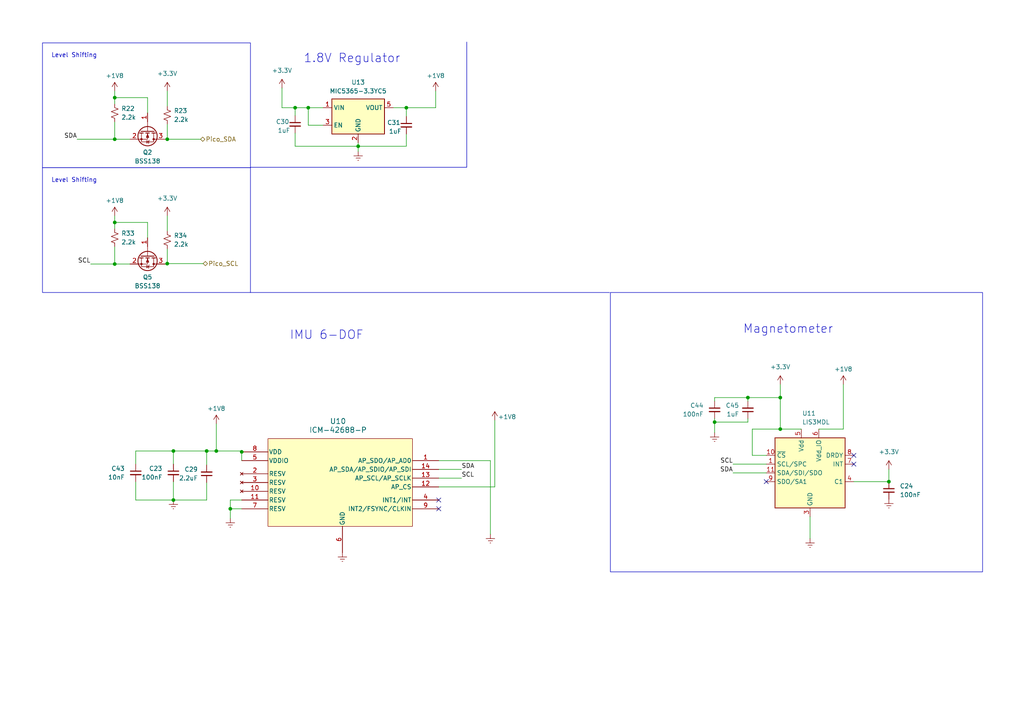
<source format=kicad_sch>
(kicad_sch (version 20231120) (generator "eeschema") (generator_version "8.0")
  (paper "A4")
  (lib_symbols
    (symbol "Device:C_Small" (pin_numbers hide) (pin_names (offset 0.254) hide)
      (property "Reference" "C" (at 0.254 1.778 0))
      (property "Value" "C_Small" (at 0.254 -2.032 0))
      (symbol "C_Small_0_1"
        (polyline (pts (xy -1.524 -0.508) (xy 1.524 -0.508)) (stroke (width 0.3302)))
        (polyline (pts (xy -1.524 0.508) (xy 1.524 0.508)) (stroke (width 0.3048)))
      )
      (symbol "C_Small_1_1"
        (pin passive line (at 0 2.54 270) (length 2.032) (name "~") (number "1"))
        (pin passive line (at 0 -2.54 90) (length 2.032) (name "~") (number "2"))
      )
    )
    (symbol "Device:R_Small_US" (pin_numbers hide) (pin_names (offset 0.254) hide)
      (property "Reference" "R" (at 0.762 0.508 0))
      (property "Value" "R_Small_US" (at 0.762 -1.016 0))
      (symbol "R_Small_US_1_1"
        (polyline (pts (xy 0 0) (xy 1.016 -0.381) (xy 0 -0.762) (xy -1.016 -1.143) (xy 0 -1.524)))
        (polyline (pts (xy 0 1.524) (xy 1.016 1.143) (xy 0 0.762) (xy -1.016 0.381) (xy 0 0)))
        (pin passive line (at 0 2.54 270) (length 1.016) (name "~") (number "1"))
        (pin passive line (at 0 -2.54 90) (length 1.016) (name "~") (number "2"))
      )
    )
    (symbol "ICM-42688:ICM-42688-P" (pin_names (offset 0.254))
      (property "Reference" "U10" (at 27.94 10.16 0))
      (property "Value" "ICM-42688-P" (at 27.94 7.62 0))
      (symbol "ICM-42688-P_0_1"
        (pin bidirectional line (at 57.15 -1.27 180) (length 7.62) (name "AP_SDO/AP_AD0") (number "1"))
        (pin no_connect line (at 0 -10.16 0) (length 7.62) (name "RESV") (number "10"))
        (pin unspecified line (at 57.15 -8.89 180) (length 7.62) (name "AP_CS") (number "12"))
        (pin unspecified line (at 57.15 -6.35 180) (length 7.62) (name "AP_SCL/AP_SCLK") (number "13"))
        (pin unspecified line (at 57.15 -3.81 180) (length 7.62) (name "AP_SDA/AP_SDIO/AP_SDI") (number "14"))
        (pin no_connect line (at 0 -5.08 0) (length 7.62) (name "RESV") (number "2"))
        (pin no_connect line (at 0 -7.62 0) (length 7.62) (name "RESV") (number "3"))
        (pin bidirectional line (at 57.15 -12.7 180) (length 7.62) (name "INT1/INT") (number "4"))
        (pin power_in line (at 0 -1.27 0) (length 7.62) (name "VDDIO") (number "5"))
        (pin power_out line (at 29.21 -27.94 90) (length 7.62) (name "GND") (number "6"))
        (pin power_in line (at 0 1.27 0) (length 7.62) (name "VDD") (number "8"))
        (pin bidirectional line (at 57.15 -15.24 180) (length 7.62) (name "INT2/FSYNC/CLKIN") (number "9"))
      )
      (symbol "ICM-42688-P_1_1"
        (rectangle (start 7.62 5.08) (end 49.53 -20.32) (fill (type background)))
        (pin bidirectional line (at 0 -12.7 0) (length 7.62) (name "RESV") (number "11"))
        (pin bidirectional line (at 0 -15.24 0) (length 7.62) (name "RESV") (number "7"))
      )
    )
    (symbol "Regulator_Linear:MIC5365-3.3YC5"
      (property "Reference" "U" (at -6.35 6.35 0))
      (property "Value" "MIC5365-3.3YC5" (at 0 6.35 0))
      (symbol "MIC5365-3.3YC5_0_1"
        (rectangle (start -7.62 -5.08) (end 7.62 5.08) (stroke (width 0.254)) (fill (type background)))
      )
      (symbol "MIC5365-3.3YC5_1_1"
        (pin power_in line (at -10.16 2.54 0) (length 2.54) (name "VIN") (number "1"))
        (pin power_in line (at 0 -7.62 90) (length 2.54) (name "GND") (number "2"))
        (pin input line (at -10.16 -2.54 0) (length 2.54) (name "EN") (number "3"))
        (pin no_connect line (at 7.62 -2.54 180) (length 2.54) hide (name "NC") (number "4"))
        (pin power_out line (at 10.16 2.54 180) (length 2.54) (name "VOUT") (number "5"))
      )
    )
    (symbol "Sensor_Magnetic:LIS3MDL"
      (property "Reference" "U11" (at 2.794 20.828 0))
      (property "Value" "LIS3MDL" (at 2.794 18.288 0))
      (symbol "LIS3MDL_0_1"
        (rectangle (start -10.16 10.16) (end 10.16 -10.16) (stroke (width 0.254)) (fill (type background)))
      )
      (symbol "LIS3MDL_1_1"
        (pin input line (at -12.7 2.54 0) (length 2.54) (name "SCL/SPC") (number "1"))
        (pin input line (at -12.7 5.08 0) (length 2.54) (name "~{CS}") (number "10"))
        (pin bidirectional line (at -12.7 0 0) (length 2.54) (name "SDA/SDI/SDO") (number "11"))
        (pin passive line (at 0 -12.7 90) (length 2.54) hide (name "GND") (number "12"))
        (pin passive line (at 0 -12.7 90) (length 2.54) hide (name "GND") (number "2"))
        (pin power_in line (at 0 -12.7 90) (length 2.54) (name "GND") (number "3"))
        (pin power_out line (at 12.7 -2.54 180) (length 2.54) (name "C1") (number "4"))
        (pin power_in line (at -2.54 12.7 270) (length 2.54) (name "Vdd") (number "5"))
        (pin power_in line (at 2.54 12.7 270) (length 2.54) (name "Vdd_IO") (number "6"))
        (pin output line (at 12.7 2.54 180) (length 2.54) (name "INT") (number "7"))
        (pin output line (at 12.7 5.08 180) (length 2.54) (name "DRDY") (number "8"))
        (pin bidirectional line (at -12.7 -2.54 0) (length 2.54) (name "SDO/SA1") (number "9"))
      )
    )
    (symbol "Transistor_FET:BSS138" (pin_names hide)
      (property "Reference" "Q" (at 5.08 1.905 0))
      (property "Value" "BSS138" (at 5.08 0 0))
      (symbol "BSS138_0_1"
        (polyline (pts (xy 0.254 0) (xy -2.54 0)))
        (polyline (pts (xy 0.254 1.905) (xy 0.254 -1.905)) (stroke (width 0.254)))
        (polyline (pts (xy 0.762 -1.27) (xy 0.762 -2.286)) (stroke (width 0.254)))
        (polyline (pts (xy 0.762 0.508) (xy 0.762 -0.508)) (stroke (width 0.254)))
        (polyline (pts (xy 0.762 2.286) (xy 0.762 1.27)) (stroke (width 0.254)))
        (polyline (pts (xy 2.54 2.54) (xy 2.54 1.778)))
        (polyline (pts (xy 2.54 -2.54) (xy 2.54 0) (xy 0.762 0)))
        (polyline (pts (xy 0.762 -1.778) (xy 3.302 -1.778) (xy 3.302 1.778) (xy 0.762 1.778)))
        (polyline (pts (xy 1.016 0) (xy 2.032 0.381) (xy 2.032 -0.381) (xy 1.016 0)) (fill (type outline)))
        (polyline (pts (xy 2.794 0.508) (xy 2.921 0.381) (xy 3.683 0.381) (xy 3.81 0.254)))
        (polyline (pts (xy 3.302 0.381) (xy 2.921 -0.254) (xy 3.683 -0.254) (xy 3.302 0.381)))
        (circle (center 1.651 0) (radius 2.794) (stroke (width 0.254)))
        (circle (center 2.54 -1.778) (radius 0.254) (fill (type outline)))
        (circle (center 2.54 1.778) (radius 0.254) (fill (type outline)))
      )
      (symbol "BSS138_1_1"
        (pin input line (at -5.08 0 0) (length 2.54) (name "G") (number "1"))
        (pin passive line (at 2.54 -5.08 90) (length 2.54) (name "S") (number "2"))
        (pin passive line (at 2.54 5.08 270) (length 2.54) (name "D") (number "3"))
      )
    )
    (symbol "power:+1V8" (power) (pin_names (offset 0))
      (property "Value" "+1V8" (at 0 3.556 0))
      (symbol "+1V8_0_1"
        (polyline (pts (xy -0.762 1.27) (xy 0 2.54)))
        (polyline (pts (xy 0 0) (xy 0 2.54)))
        (polyline (pts (xy 0 2.54) (xy 0.762 1.27)))
      )
      (symbol "+1V8_1_1"
        (pin power_in line (at 0 0 90) (length 0) hide (name "+1V8") (number "1"))
      )
    )
    (symbol "power:+3.3V" (power) (pin_names (offset 0))
      (property "Value" "+3.3V" (at 0 3.556 0))
      (symbol "+3.3V_0_1"
        (polyline (pts (xy -0.762 1.27) (xy 0 2.54)))
        (polyline (pts (xy 0 0) (xy 0 2.54)))
        (polyline (pts (xy 0 2.54) (xy 0.762 1.27)))
      )
      (symbol "+3.3V_1_1"
        (pin power_in line (at 0 0 90) (length 0) hide (name "+3.3V") (number "1"))
      )
    )
    (symbol "power:Earth" (power) (pin_names (offset 0))
      (symbol "Earth_0_1"
        (polyline (pts (xy -0.635 -1.905) (xy 0.635 -1.905)))
        (polyline (pts (xy -0.127 -2.54) (xy 0.127 -2.54)))
        (polyline (pts (xy 0 -1.27) (xy 0 0)))
        (polyline (pts (xy 1.27 -1.27) (xy -1.27 -1.27)))
      )
      (symbol "Earth_1_1"
        (pin power_in line (at 0 0 270) (length 0) hide (name "Earth") (number "1"))
      )
    )
  )
  (junction (at 50.292 145.034))
  (junction (at 70.104 131.064))
  (junction (at 33.274 76.581))
  (junction (at 207.264 122.428))
  (junction (at 85.598 31.242))
  (junction (at 257.81 139.7))
  (junction (at 89.408 31.242))
  (junction (at 66.802 147.574))
  (junction (at 103.886 42.418))
  (junction (at 48.514 76.454))
  (junction (at 33.274 64.516))
  (junction (at 226.314 115.316))
  (junction (at 216.916 115.316))
  (junction (at 33.274 40.386))
  (junction (at 59.944 130.81))
  (junction (at 62.738 130.81))
  (junction (at 117.856 31.242))
  (junction (at 50.292 130.81))
  (junction (at 226.314 124.46))
  (junction (at 48.514 40.386))
  (junction (at 33.274 28.321))
  (no_connect (at 247.65 132.08))
  (no_connect (at 247.65 134.62))
  (no_connect (at 222.25 139.7))
  (no_connect (at 127.254 145.034))
  (no_connect (at 127.254 147.574))
  (wire (pts (xy 59.944 139.954) (xy 59.944 145.034)))
  (wire (pts (xy 66.802 147.574) (xy 66.802 150.368)))
  (wire (pts (xy 48.514 76.454) (xy 58.928 76.454)))
  (wire (pts (xy 50.292 145.034) (xy 59.944 145.034)))
  (wire (pts (xy 103.886 42.418) (xy 117.856 42.418)))
  (wire (pts (xy 117.856 38.862) (xy 117.856 42.418)))
  (polyline (pts (xy 72.644 48.514) (xy 135.382 48.514)))
  (wire (pts (xy 85.598 42.418) (xy 85.598 38.608)))
  (wire (pts (xy 50.292 130.81) (xy 50.292 134.62)))
  (polyline (pts (xy 72.644 84.836) (xy 176.784 84.836)))
  (wire (pts (xy 117.856 31.242) (xy 126.365 31.242)))
  (wire (pts (xy 218.186 124.46) (xy 226.314 124.46)))
  (wire (pts (xy 216.916 115.316) (xy 226.314 115.316)))
  (wire (pts (xy 133.858 138.684) (xy 127.254 138.684)))
  (wire (pts (xy 81.788 25.527) (xy 81.788 31.242)))
  (wire (pts (xy 50.292 130.81) (xy 39.37 130.81)))
  (wire (pts (xy 85.598 31.242) (xy 89.408 31.242)))
  (wire (pts (xy 218.186 132.08) (xy 218.186 124.46)))
  (wire (pts (xy 62.738 130.81) (xy 70.104 130.81)))
  (wire (pts (xy 257.81 136.144) (xy 257.81 139.7)))
  (wire (pts (xy 33.274 35.306) (xy 33.274 40.386)))
  (wire (pts (xy 66.802 145.034) (xy 70.104 145.034)))
  (wire (pts (xy 218.186 132.08) (xy 222.25 132.08)))
  (wire (pts (xy 22.352 40.386) (xy 33.274 40.386)))
  (wire (pts (xy 48.514 76.454) (xy 48.514 76.581)))
  (wire (pts (xy 234.95 156.21) (xy 234.95 149.86)))
  (wire (pts (xy 143.51 141.224) (xy 143.51 121.92)))
  (wire (pts (xy 85.598 33.528) (xy 85.598 31.242)))
  (wire (pts (xy 66.802 145.034) (xy 66.802 147.574)))
  (wire (pts (xy 59.944 130.81) (xy 62.738 130.81)))
  (wire (pts (xy 216.916 122.428) (xy 216.916 121.412)))
  (wire (pts (xy 212.598 137.16) (xy 222.25 137.16)))
  (wire (pts (xy 117.856 33.782) (xy 117.856 31.242)))
  (wire (pts (xy 127.254 141.224) (xy 143.51 141.224)))
  (wire (pts (xy 50.292 139.7) (xy 50.292 145.034)))
  (wire (pts (xy 126.365 26.416) (xy 126.365 31.242)))
  (wire (pts (xy 33.274 30.226) (xy 33.274 28.321)))
  (wire (pts (xy 48.514 72.136) (xy 48.514 76.454)))
  (wire (pts (xy 26.289 76.581) (xy 33.274 76.581)))
  (wire (pts (xy 81.788 31.242) (xy 85.598 31.242)))
  (wire (pts (xy 33.274 76.581) (xy 37.719 76.581)))
  (wire (pts (xy 103.886 42.418) (xy 103.886 43.942)))
  (wire (pts (xy 39.37 145.034) (xy 50.292 145.034)))
  (wire (pts (xy 62.738 122.936) (xy 62.738 130.81)))
  (wire (pts (xy 207.264 122.428) (xy 207.264 121.412)))
  (wire (pts (xy 47.879 40.386) (xy 48.514 40.386)))
  (wire (pts (xy 207.264 115.316) (xy 216.916 115.316)))
  (wire (pts (xy 142.24 154.94) (xy 142.24 133.604)))
  (wire (pts (xy 244.602 111.506) (xy 244.602 124.46)))
  (wire (pts (xy 70.104 130.81) (xy 70.104 131.064)))
  (wire (pts (xy 85.598 42.418) (xy 103.886 42.418)))
  (wire (pts (xy 42.799 28.321) (xy 33.274 28.321)))
  (wire (pts (xy 244.602 124.46) (xy 237.49 124.46)))
  (wire (pts (xy 89.408 36.322) (xy 89.408 31.242)))
  (wire (pts (xy 33.274 71.501) (xy 33.274 76.581)))
  (wire (pts (xy 33.274 28.321) (xy 33.274 26.416)))
  (wire (pts (xy 59.944 134.874) (xy 59.944 130.81)))
  (wire (pts (xy 226.314 115.316) (xy 226.314 124.46)))
  (wire (pts (xy 50.292 130.81) (xy 59.944 130.81)))
  (wire (pts (xy 39.37 130.81) (xy 39.37 134.62)))
  (wire (pts (xy 89.408 31.242) (xy 93.726 31.242)))
  (wire (pts (xy 212.598 134.62) (xy 222.25 134.62)))
  (wire (pts (xy 247.65 139.7) (xy 257.81 139.7)))
  (wire (pts (xy 42.799 64.516) (xy 33.274 64.516)))
  (wire (pts (xy 48.514 40.386) (xy 58.166 40.386)))
  (wire (pts (xy 216.916 116.332) (xy 216.916 115.316)))
  (wire (pts (xy 66.802 147.574) (xy 70.104 147.574)))
  (wire (pts (xy 42.799 68.961) (xy 42.799 64.516)))
  (wire (pts (xy 207.264 122.428) (xy 216.916 122.428)))
  (wire (pts (xy 142.24 133.604) (xy 127.254 133.604)))
  (wire (pts (xy 114.046 31.242) (xy 117.856 31.242)))
  (wire (pts (xy 89.408 36.322) (xy 93.726 36.322)))
  (wire (pts (xy 133.858 136.144) (xy 127.254 136.144)))
  (wire (pts (xy 39.37 139.7) (xy 39.37 145.034)))
  (wire (pts (xy 48.514 35.941) (xy 48.514 40.386)))
  (wire (pts (xy 33.274 66.421) (xy 33.274 64.516)))
  (wire (pts (xy 33.274 40.386) (xy 37.719 40.386)))
  (wire (pts (xy 48.514 67.056) (xy 48.514 62.611)))
  (polyline (pts (xy 135.382 12.192) (xy 135.382 48.514)))
  (wire (pts (xy 47.879 76.581) (xy 48.514 76.581)))
  (wire (pts (xy 42.799 32.766) (xy 42.799 28.321)))
  (wire (pts (xy 226.314 111.506) (xy 226.314 115.316)))
  (wire (pts (xy 33.274 64.516) (xy 33.274 62.611)))
  (wire (pts (xy 207.264 116.332) (xy 207.264 115.316)))
  (wire (pts (xy 48.514 30.861) (xy 48.514 26.416)))
  (wire (pts (xy 103.886 41.402) (xy 103.886 42.418)))
  (wire (pts (xy 226.314 124.46) (xy 232.41 124.46)))
  (wire (pts (xy 70.104 131.064) (xy 70.104 133.604)))
  (wire (pts (xy 207.264 122.428) (xy 207.264 125.476)))
  (rectangle (start 177.038 84.836) (end 284.988 165.862))
  (rectangle (start 12.319 12.446) (end 72.644 48.641))
  (rectangle (start 12.319 48.641) (end 72.644 84.836))
  (text "Level Shifting" (at 14.859 16.891 0) (effects (font (size 1.27 1.27)) (justify left bottom)))
  (text "1.8V Regulator" (at 102.108 17.018 0) (effects (font (size 2.5 2.5))))
  (text "Level Shifting" (at 14.859 53.086 0) (effects (font (size 1.27 1.27)) (justify left bottom)))
  (text "IMU 6-DOF" (at 94.742 97.282 0) (effects (font (size 2.5 2.5))))
  (text "Magnetometer" (at 228.6 95.504 0) (effects (font (size 2.5 2.5))))
  (label "SCL" (at 26.289 76.581 180))
  (label "SDA" (at 212.598 137.16 180))
  (label "SCL" (at 212.598 134.62 180))
  (label "SCL" (at 133.858 138.684 0))
  (label "SDA" (at 133.858 136.144 0))
  (label "SDA" (at 22.352 40.386 180))
  (hierarchical_label "Pico_SCL" (shape bidirectional) (at 58.928 76.454 0))
  (hierarchical_label "Pico_SDA" (shape bidirectional) (at 58.166 40.386 0))
  (symbol (lib_id "power:Earth") (at 207.264 125.476 0) (unit 1)
    (property "Reference" "#PWR0122" (effects (hide yes)))
    (property "Value" "Earth" (effects (hide yes)))
  )
  (symbol (lib_id "Regulator_Linear:MIC5365-3.3YC5") (at 103.886 33.782 0) (unit 1)
    (property "Reference" "U13" (at 103.886 23.876 0))
    (property "Value" "MIC5365-3.3YC5" (at 103.886 26.416 0))
    (property "Footprint" "Package_TO_SOT_SMD:SOT-353_SC-70-5" (effects (hide yes)))
    (property "Datasheet" "http://ww1.microchip.com/downloads/en/DeviceDoc/mic5365.pdf" (effects (hide yes)))
    (property "LCSC Part #" "C3021118" (effects (hide yes)))
  )
  (symbol (lib_id "Device:C_Small") (at 85.598 36.068 0) (unit 1)
    (property "Reference" "C30" (at 80.01 35.306 0) (effects (justify left)))
    (property "Value" "1uF" (at 80.518 37.846 0) (effects (justify left)))
    (property "Footprint" "Capacitor_SMD:C_0402_1005Metric" (effects (hide yes)))
    (property "LCSC Part #" "C52923" (effects (hide yes)))
  )
  (symbol (lib_id "power:Earth") (at 103.886 43.942 0) (unit 1)
    (property "Reference" "#PWR090" (effects (hide yes)))
    (property "Value" "Earth" (effects (hide yes)))
  )
  (symbol (lib_id "Device:C_Small") (at 39.37 137.16 0) (mirror y) (unit 1)
    (property "Reference" "C43" (at 36.195 135.8963 0) (effects (justify left)))
    (property "Value" "10nF" (at 36.195 138.4363 0) (effects (justify left)))
    (property "Footprint" "Capacitor_SMD:C_0402_1005Metric" (effects (hide yes)))
    (property "LCSC Part #" "C15195" (effects (hide yes)))
  )
  (symbol (lib_id "Sensor_Magnetic:LIS3MDL") (at 234.95 137.16 0) (unit 1)
    (property "Reference" "U11" (at 232.664 119.888 0) (effects (justify left)))
    (property "Value" "LIS3MDL" (at 232.664 122.428 0) (effects (justify left)))
    (property "Footprint" "Package_LGA:LGA-12_2x2mm_P0.5mm" (effects (hide yes)))
    (property "Datasheet" "https://www.st.com/resource/en/datasheet/lis3mdl.pdf" (effects (hide yes)))
    (property "LCSC Part #" "C478483" (effects (hide yes)))
    (property "JLCPCB Rotation Offset" "90" (effects (hide yes)))
  )
  (symbol (lib_id "Transistor_FET:BSS138") (at 42.799 37.846 270) (unit 1)
    (property "Reference" "Q2" (at 42.799 44.196 90))
    (property "Value" "BSS138" (at 42.799 46.736 90))
    (property "Footprint" "Package_TO_SOT_SMD:SOT-23" (effects (hide yes)))
    (property "Datasheet" "https://www.onsemi.com/pub/Collateral/BSS138-D.PDF" (effects (hide yes)))
    (property "LCSC Part #" "C52895" (effects (hide yes)))
  )
  (symbol (lib_id "power:Earth") (at 142.24 154.94 0) (unit 1)
    (property "Reference" "#PWR0124" (effects (hide yes)))
    (property "Value" "Earth" (effects (hide yes)))
  )
  (symbol (lib_id "power:Earth") (at 257.81 144.78 0) (unit 1)
    (property "Reference" "#PWR092" (effects (hide yes)))
    (property "Value" "Earth" (effects (hide yes)))
  )
  (symbol (lib_id "Device:R_Small_US") (at 48.514 33.401 0) (unit 1)
    (property "Reference" "R23" (at 50.419 32.131 0) (effects (justify left)))
    (property "Value" "2.2k" (at 50.419 34.671 0) (effects (justify left)))
    (property "Footprint" "Resistor_SMD:R_0402_1005Metric" (effects (hide yes)))
    (property "LCSC Part #" "C25879" (effects (hide yes)))
  )
  (symbol (lib_id "Device:C_Small") (at 50.292 137.16 0) (mirror y) (unit 1)
    (property "Reference" "C23" (at 47.117 135.8963 0) (effects (justify left)))
    (property "Value" "100nF" (at 47.117 138.4363 0) (effects (justify left)))
    (property "Footprint" "Capacitor_SMD:C_0402_1005Metric" (effects (hide yes)))
    (property "LCSC Part #" "C1525" (effects (hide yes)))
  )
  (symbol (lib_id "power:+3.3V") (at 257.81 136.144 0) (unit 1)
    (property "Reference" "#PWR0123" (effects (hide yes)))
    (property "Value" "+3.3V" (at 257.81 131.064 0))
  )
  (symbol (lib_id "power:Earth") (at 234.95 156.21 0) (unit 1)
    (property "Reference" "#PWR093" (effects (hide yes)))
    (property "Value" "Earth" (effects (hide yes)))
  )
  (symbol (lib_id "Device:C_Small") (at 207.264 118.872 0) (mirror y) (unit 1)
    (property "Reference" "C44" (at 204.089 117.6083 0) (effects (justify left)))
    (property "Value" "100nF" (at 204.089 120.1483 0) (effects (justify left)))
    (property "Footprint" "Capacitor_SMD:C_0402_1005Metric" (effects (hide yes)))
    (property "LCSC Part #" "C1525" (effects (hide yes)))
  )
  (symbol (lib_id "power:+1V8") (at 62.738 122.936 0) (unit 1)
    (property "Reference" "#PWR024" (effects (hide yes)))
    (property "Value" "+1V8" (at 62.738 118.491 0))
  )
  (symbol (lib_id "Device:R_Small_US") (at 33.274 32.766 0) (unit 1)
    (property "Reference" "R22" (at 35.179 31.496 0) (effects (justify left)))
    (property "Value" "2.2k" (at 35.179 34.036 0) (effects (justify left)))
    (property "Footprint" "Resistor_SMD:R_0402_1005Metric" (effects (hide yes)))
    (property "LCSC Part #" "C25879" (effects (hide yes)))
  )
  (symbol (lib_id "power:+3.3V") (at 226.314 111.506 0) (unit 1)
    (property "Reference" "#PWR089" (effects (hide yes)))
    (property "Value" "+3.3V" (at 226.314 106.426 0))
  )
  (symbol (lib_id "Device:C_Small") (at 257.81 142.24 0) (unit 1)
    (property "Reference" "C24" (at 260.985 140.9763 0) (effects (justify left)))
    (property "Value" "100nF" (at 260.985 143.5163 0) (effects (justify left)))
    (property "Footprint" "Capacitor_SMD:C_0402_1005Metric" (effects (hide yes)))
    (property "LCSC Part #" "C1525" (effects (hide yes)))
  )
  (symbol (lib_id "Device:R_Small_US") (at 48.514 69.596 0) (unit 1)
    (property "Reference" "R34" (at 50.419 68.326 0) (effects (justify left)))
    (property "Value" "2.2k" (at 50.419 70.866 0) (effects (justify left)))
    (property "Footprint" "Resistor_SMD:R_0402_1005Metric" (effects (hide yes)))
    (property "LCSC Part #" "C25879" (effects (hide yes)))
  )
  (symbol (lib_id "Device:C_Small") (at 216.916 118.872 0) (mirror x) (unit 1)
    (property "Reference" "C45" (at 214.376 117.5956 0) (effects (justify right)))
    (property "Value" "1uF" (at 214.376 120.1356 0) (effects (justify right)))
    (property "Footprint" "Capacitor_SMD:C_0402_1005Metric" (effects (hide yes)))
    (property "LCSC Part #" "C52923" (effects (hide yes)))
  )
  (symbol (lib_id "power:Earth") (at 50.292 145.034 0) (unit 1)
    (property "Reference" "#PWR025" (effects (hide yes)))
    (property "Value" "Earth" (effects (hide yes)))
  )
  (symbol (lib_id "power:Earth") (at 66.802 150.368 0) (unit 1)
    (property "Reference" "#PWR022" (effects (hide yes)))
    (property "Value" "Earth" (effects (hide yes)))
  )
  (symbol (lib_id "power:Earth") (at 99.314 160.274 0) (unit 1)
    (property "Reference" "#PWR0125" (effects (hide yes)))
    (property "Value" "Earth" (effects (hide yes)))
  )
  (symbol (lib_id "power:+1V8") (at 33.274 26.416 0) (unit 1)
    (property "Reference" "#PWR085" (effects (hide yes)))
    (property "Value" "+1V8" (at 33.274 21.971 0))
  )
  (symbol (lib_id "Transistor_FET:BSS138") (at 42.799 74.041 270) (unit 1)
    (property "Reference" "Q5" (at 42.799 80.391 90))
    (property "Value" "BSS138" (at 42.799 82.931 90))
    (property "Footprint" "Package_TO_SOT_SMD:SOT-23" (effects (hide yes)))
    (property "Datasheet" "https://www.onsemi.com/pub/Collateral/BSS138-D.PDF" (effects (hide yes)))
    (property "LCSC Part #" "C52895" (effects (hide yes)))
  )
  (symbol (lib_id "power:+3.3V") (at 48.514 62.611 0) (unit 1)
    (property "Reference" "#PWR0111" (effects (hide yes)))
    (property "Value" "+3.3V" (at 48.514 57.531 0))
  )
  (symbol (lib_id "power:+3.3V") (at 81.788 25.527 0) (unit 1)
    (property "Reference" "#PWR084" (effects (hide yes)))
    (property "Value" "+3.3V" (at 81.788 20.447 0))
  )
  (symbol (lib_id "ICM-42688:ICM-42688-P") (at 70.104 132.334 0) (unit 1)
    (property "Reference" "U10" (at 98.044 122.174 0) (effects (font (size 1.524 1.524))))
    (property "Value" "ICM-42688-P" (at 98.044 124.714 0) (effects (font (size 1.524 1.524))))
    (property "Footprint" "ICM-42688:LGA14_2P5X3X0P91_TDK" (effects (hide yes)))
    (property "Datasheet" "ICM-42688-P" (effects (hide yes)))
    (property "LCSC Part #" "C1850418" (effects (hide yes)))
  )
  (symbol (lib_id "Device:R_Small_US") (at 33.274 68.961 0) (unit 1)
    (property "Reference" "R33" (at 35.179 67.691 0) (effects (justify left)))
    (property "Value" "2.2k" (at 35.179 70.231 0) (effects (justify left)))
    (property "Footprint" "Resistor_SMD:R_0402_1005Metric" (effects (hide yes)))
    (property "LCSC Part #" "C25879" (effects (hide yes)))
  )
  (symbol (lib_id "Device:C_Small") (at 117.856 36.322 0) (unit 1)
    (property "Reference" "C31" (at 112.268 35.56 0) (effects (justify left)))
    (property "Value" "1uF" (at 112.776 38.1 0) (effects (justify left)))
    (property "Footprint" "Capacitor_SMD:C_0402_1005Metric" (effects (hide yes)))
    (property "LCSC Part #" "C52923" (effects (hide yes)))
  )
  (symbol (lib_id "power:+3.3V") (at 48.514 26.416 0) (unit 1)
    (property "Reference" "#PWR086" (effects (hide yes)))
    (property "Value" "+3.3V" (at 48.514 21.336 0))
  )
  (symbol (lib_id "power:+1V8") (at 33.274 62.611 0) (unit 1)
    (property "Reference" "#PWR0110" (effects (hide yes)))
    (property "Value" "+1V8" (at 33.274 58.166 0))
  )
  (symbol (lib_id "Device:C_Small") (at 59.944 137.414 0) (mirror x) (unit 1)
    (property "Reference" "C29" (at 57.404 136.1376 0) (effects (justify right)))
    (property "Value" "2.2uF" (at 57.404 138.6776 0) (effects (justify right)))
    (property "Footprint" "Capacitor_SMD:C_0402_1005Metric" (effects (hide yes)))
    (property "LCSC Part #" "C12530" (effects (hide yes)))
  )
  (symbol (lib_id "power:+1V8") (at 244.602 111.506 0) (unit 1)
    (property "Reference" "#PWR091" (effects (hide yes)))
    (property "Value" "+1V8" (at 244.602 107.061 0))
  )
  (symbol (lib_id "power:+1V8") (at 143.51 121.92 0) (unit 1)
    (property "Reference" "#PWR088" (effects (hide yes)))
    (property "Value" "+1V8" (at 147.066 120.904 0))
  )
  (symbol (lib_id "power:+1V8") (at 126.365 26.416 0) (unit 1)
    (property "Reference" "#PWR087" (effects (hide yes)))
    (property "Value" "+1V8" (at 126.365 21.971 0))
  )
)
</source>
